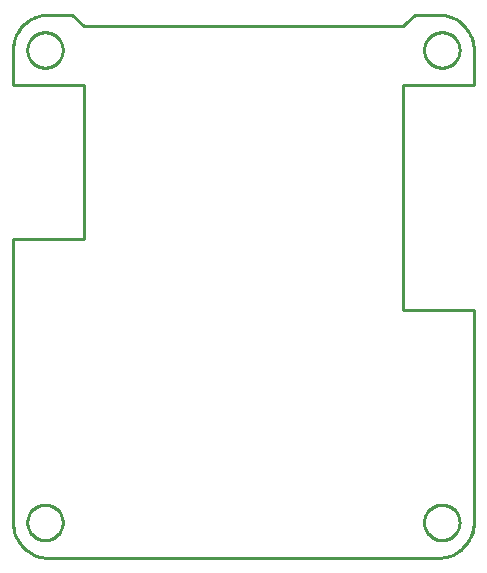
<source format=gko>
G04 EAGLE Gerber RS-274X export*
G75*
%MOMM*%
%FSLAX34Y34*%
%LPD*%
%INBoard Outline*%
%IPPOS*%
%AMOC8*
5,1,8,0,0,1.08239X$1,22.5*%
G01*
%ADD10C,0.152400*%
%ADD11C,0.000000*%
%ADD12C,0.254000*%


D10*
X390000Y210000D02*
X390000Y30000D01*
X360000Y0D02*
X30000Y0D01*
D11*
X12000Y430000D02*
X12005Y430368D01*
X12018Y430736D01*
X12041Y431103D01*
X12072Y431470D01*
X12113Y431836D01*
X12162Y432201D01*
X12221Y432564D01*
X12288Y432926D01*
X12364Y433287D01*
X12450Y433645D01*
X12543Y434001D01*
X12646Y434354D01*
X12757Y434705D01*
X12877Y435053D01*
X13005Y435398D01*
X13142Y435740D01*
X13287Y436079D01*
X13440Y436413D01*
X13602Y436744D01*
X13771Y437071D01*
X13949Y437393D01*
X14134Y437712D01*
X14327Y438025D01*
X14528Y438334D01*
X14736Y438637D01*
X14952Y438935D01*
X15175Y439228D01*
X15405Y439516D01*
X15642Y439798D01*
X15886Y440073D01*
X16136Y440343D01*
X16393Y440607D01*
X16657Y440864D01*
X16927Y441114D01*
X17202Y441358D01*
X17484Y441595D01*
X17772Y441825D01*
X18065Y442048D01*
X18363Y442264D01*
X18666Y442472D01*
X18975Y442673D01*
X19288Y442866D01*
X19607Y443051D01*
X19929Y443229D01*
X20256Y443398D01*
X20587Y443560D01*
X20921Y443713D01*
X21260Y443858D01*
X21602Y443995D01*
X21947Y444123D01*
X22295Y444243D01*
X22646Y444354D01*
X22999Y444457D01*
X23355Y444550D01*
X23713Y444636D01*
X24074Y444712D01*
X24436Y444779D01*
X24799Y444838D01*
X25164Y444887D01*
X25530Y444928D01*
X25897Y444959D01*
X26264Y444982D01*
X26632Y444995D01*
X27000Y445000D01*
X27368Y444995D01*
X27736Y444982D01*
X28103Y444959D01*
X28470Y444928D01*
X28836Y444887D01*
X29201Y444838D01*
X29564Y444779D01*
X29926Y444712D01*
X30287Y444636D01*
X30645Y444550D01*
X31001Y444457D01*
X31354Y444354D01*
X31705Y444243D01*
X32053Y444123D01*
X32398Y443995D01*
X32740Y443858D01*
X33079Y443713D01*
X33413Y443560D01*
X33744Y443398D01*
X34071Y443229D01*
X34393Y443051D01*
X34712Y442866D01*
X35025Y442673D01*
X35334Y442472D01*
X35637Y442264D01*
X35935Y442048D01*
X36228Y441825D01*
X36516Y441595D01*
X36798Y441358D01*
X37073Y441114D01*
X37343Y440864D01*
X37607Y440607D01*
X37864Y440343D01*
X38114Y440073D01*
X38358Y439798D01*
X38595Y439516D01*
X38825Y439228D01*
X39048Y438935D01*
X39264Y438637D01*
X39472Y438334D01*
X39673Y438025D01*
X39866Y437712D01*
X40051Y437393D01*
X40229Y437071D01*
X40398Y436744D01*
X40560Y436413D01*
X40713Y436079D01*
X40858Y435740D01*
X40995Y435398D01*
X41123Y435053D01*
X41243Y434705D01*
X41354Y434354D01*
X41457Y434001D01*
X41550Y433645D01*
X41636Y433287D01*
X41712Y432926D01*
X41779Y432564D01*
X41838Y432201D01*
X41887Y431836D01*
X41928Y431470D01*
X41959Y431103D01*
X41982Y430736D01*
X41995Y430368D01*
X42000Y430000D01*
X41995Y429632D01*
X41982Y429264D01*
X41959Y428897D01*
X41928Y428530D01*
X41887Y428164D01*
X41838Y427799D01*
X41779Y427436D01*
X41712Y427074D01*
X41636Y426713D01*
X41550Y426355D01*
X41457Y425999D01*
X41354Y425646D01*
X41243Y425295D01*
X41123Y424947D01*
X40995Y424602D01*
X40858Y424260D01*
X40713Y423921D01*
X40560Y423587D01*
X40398Y423256D01*
X40229Y422929D01*
X40051Y422607D01*
X39866Y422288D01*
X39673Y421975D01*
X39472Y421666D01*
X39264Y421363D01*
X39048Y421065D01*
X38825Y420772D01*
X38595Y420484D01*
X38358Y420202D01*
X38114Y419927D01*
X37864Y419657D01*
X37607Y419393D01*
X37343Y419136D01*
X37073Y418886D01*
X36798Y418642D01*
X36516Y418405D01*
X36228Y418175D01*
X35935Y417952D01*
X35637Y417736D01*
X35334Y417528D01*
X35025Y417327D01*
X34712Y417134D01*
X34393Y416949D01*
X34071Y416771D01*
X33744Y416602D01*
X33413Y416440D01*
X33079Y416287D01*
X32740Y416142D01*
X32398Y416005D01*
X32053Y415877D01*
X31705Y415757D01*
X31354Y415646D01*
X31001Y415543D01*
X30645Y415450D01*
X30287Y415364D01*
X29926Y415288D01*
X29564Y415221D01*
X29201Y415162D01*
X28836Y415113D01*
X28470Y415072D01*
X28103Y415041D01*
X27736Y415018D01*
X27368Y415005D01*
X27000Y415000D01*
X26632Y415005D01*
X26264Y415018D01*
X25897Y415041D01*
X25530Y415072D01*
X25164Y415113D01*
X24799Y415162D01*
X24436Y415221D01*
X24074Y415288D01*
X23713Y415364D01*
X23355Y415450D01*
X22999Y415543D01*
X22646Y415646D01*
X22295Y415757D01*
X21947Y415877D01*
X21602Y416005D01*
X21260Y416142D01*
X20921Y416287D01*
X20587Y416440D01*
X20256Y416602D01*
X19929Y416771D01*
X19607Y416949D01*
X19288Y417134D01*
X18975Y417327D01*
X18666Y417528D01*
X18363Y417736D01*
X18065Y417952D01*
X17772Y418175D01*
X17484Y418405D01*
X17202Y418642D01*
X16927Y418886D01*
X16657Y419136D01*
X16393Y419393D01*
X16136Y419657D01*
X15886Y419927D01*
X15642Y420202D01*
X15405Y420484D01*
X15175Y420772D01*
X14952Y421065D01*
X14736Y421363D01*
X14528Y421666D01*
X14327Y421975D01*
X14134Y422288D01*
X13949Y422607D01*
X13771Y422929D01*
X13602Y423256D01*
X13440Y423587D01*
X13287Y423921D01*
X13142Y424260D01*
X13005Y424602D01*
X12877Y424947D01*
X12757Y425295D01*
X12646Y425646D01*
X12543Y425999D01*
X12450Y426355D01*
X12364Y426713D01*
X12288Y427074D01*
X12221Y427436D01*
X12162Y427799D01*
X12113Y428164D01*
X12072Y428530D01*
X12041Y428897D01*
X12018Y429264D01*
X12005Y429632D01*
X12000Y430000D01*
X348000Y430000D02*
X348005Y430368D01*
X348018Y430736D01*
X348041Y431103D01*
X348072Y431470D01*
X348113Y431836D01*
X348162Y432201D01*
X348221Y432564D01*
X348288Y432926D01*
X348364Y433287D01*
X348450Y433645D01*
X348543Y434001D01*
X348646Y434354D01*
X348757Y434705D01*
X348877Y435053D01*
X349005Y435398D01*
X349142Y435740D01*
X349287Y436079D01*
X349440Y436413D01*
X349602Y436744D01*
X349771Y437071D01*
X349949Y437393D01*
X350134Y437712D01*
X350327Y438025D01*
X350528Y438334D01*
X350736Y438637D01*
X350952Y438935D01*
X351175Y439228D01*
X351405Y439516D01*
X351642Y439798D01*
X351886Y440073D01*
X352136Y440343D01*
X352393Y440607D01*
X352657Y440864D01*
X352927Y441114D01*
X353202Y441358D01*
X353484Y441595D01*
X353772Y441825D01*
X354065Y442048D01*
X354363Y442264D01*
X354666Y442472D01*
X354975Y442673D01*
X355288Y442866D01*
X355607Y443051D01*
X355929Y443229D01*
X356256Y443398D01*
X356587Y443560D01*
X356921Y443713D01*
X357260Y443858D01*
X357602Y443995D01*
X357947Y444123D01*
X358295Y444243D01*
X358646Y444354D01*
X358999Y444457D01*
X359355Y444550D01*
X359713Y444636D01*
X360074Y444712D01*
X360436Y444779D01*
X360799Y444838D01*
X361164Y444887D01*
X361530Y444928D01*
X361897Y444959D01*
X362264Y444982D01*
X362632Y444995D01*
X363000Y445000D01*
X363368Y444995D01*
X363736Y444982D01*
X364103Y444959D01*
X364470Y444928D01*
X364836Y444887D01*
X365201Y444838D01*
X365564Y444779D01*
X365926Y444712D01*
X366287Y444636D01*
X366645Y444550D01*
X367001Y444457D01*
X367354Y444354D01*
X367705Y444243D01*
X368053Y444123D01*
X368398Y443995D01*
X368740Y443858D01*
X369079Y443713D01*
X369413Y443560D01*
X369744Y443398D01*
X370071Y443229D01*
X370393Y443051D01*
X370712Y442866D01*
X371025Y442673D01*
X371334Y442472D01*
X371637Y442264D01*
X371935Y442048D01*
X372228Y441825D01*
X372516Y441595D01*
X372798Y441358D01*
X373073Y441114D01*
X373343Y440864D01*
X373607Y440607D01*
X373864Y440343D01*
X374114Y440073D01*
X374358Y439798D01*
X374595Y439516D01*
X374825Y439228D01*
X375048Y438935D01*
X375264Y438637D01*
X375472Y438334D01*
X375673Y438025D01*
X375866Y437712D01*
X376051Y437393D01*
X376229Y437071D01*
X376398Y436744D01*
X376560Y436413D01*
X376713Y436079D01*
X376858Y435740D01*
X376995Y435398D01*
X377123Y435053D01*
X377243Y434705D01*
X377354Y434354D01*
X377457Y434001D01*
X377550Y433645D01*
X377636Y433287D01*
X377712Y432926D01*
X377779Y432564D01*
X377838Y432201D01*
X377887Y431836D01*
X377928Y431470D01*
X377959Y431103D01*
X377982Y430736D01*
X377995Y430368D01*
X378000Y430000D01*
X377995Y429632D01*
X377982Y429264D01*
X377959Y428897D01*
X377928Y428530D01*
X377887Y428164D01*
X377838Y427799D01*
X377779Y427436D01*
X377712Y427074D01*
X377636Y426713D01*
X377550Y426355D01*
X377457Y425999D01*
X377354Y425646D01*
X377243Y425295D01*
X377123Y424947D01*
X376995Y424602D01*
X376858Y424260D01*
X376713Y423921D01*
X376560Y423587D01*
X376398Y423256D01*
X376229Y422929D01*
X376051Y422607D01*
X375866Y422288D01*
X375673Y421975D01*
X375472Y421666D01*
X375264Y421363D01*
X375048Y421065D01*
X374825Y420772D01*
X374595Y420484D01*
X374358Y420202D01*
X374114Y419927D01*
X373864Y419657D01*
X373607Y419393D01*
X373343Y419136D01*
X373073Y418886D01*
X372798Y418642D01*
X372516Y418405D01*
X372228Y418175D01*
X371935Y417952D01*
X371637Y417736D01*
X371334Y417528D01*
X371025Y417327D01*
X370712Y417134D01*
X370393Y416949D01*
X370071Y416771D01*
X369744Y416602D01*
X369413Y416440D01*
X369079Y416287D01*
X368740Y416142D01*
X368398Y416005D01*
X368053Y415877D01*
X367705Y415757D01*
X367354Y415646D01*
X367001Y415543D01*
X366645Y415450D01*
X366287Y415364D01*
X365926Y415288D01*
X365564Y415221D01*
X365201Y415162D01*
X364836Y415113D01*
X364470Y415072D01*
X364103Y415041D01*
X363736Y415018D01*
X363368Y415005D01*
X363000Y415000D01*
X362632Y415005D01*
X362264Y415018D01*
X361897Y415041D01*
X361530Y415072D01*
X361164Y415113D01*
X360799Y415162D01*
X360436Y415221D01*
X360074Y415288D01*
X359713Y415364D01*
X359355Y415450D01*
X358999Y415543D01*
X358646Y415646D01*
X358295Y415757D01*
X357947Y415877D01*
X357602Y416005D01*
X357260Y416142D01*
X356921Y416287D01*
X356587Y416440D01*
X356256Y416602D01*
X355929Y416771D01*
X355607Y416949D01*
X355288Y417134D01*
X354975Y417327D01*
X354666Y417528D01*
X354363Y417736D01*
X354065Y417952D01*
X353772Y418175D01*
X353484Y418405D01*
X353202Y418642D01*
X352927Y418886D01*
X352657Y419136D01*
X352393Y419393D01*
X352136Y419657D01*
X351886Y419927D01*
X351642Y420202D01*
X351405Y420484D01*
X351175Y420772D01*
X350952Y421065D01*
X350736Y421363D01*
X350528Y421666D01*
X350327Y421975D01*
X350134Y422288D01*
X349949Y422607D01*
X349771Y422929D01*
X349602Y423256D01*
X349440Y423587D01*
X349287Y423921D01*
X349142Y424260D01*
X349005Y424602D01*
X348877Y424947D01*
X348757Y425295D01*
X348646Y425646D01*
X348543Y425999D01*
X348450Y426355D01*
X348364Y426713D01*
X348288Y427074D01*
X348221Y427436D01*
X348162Y427799D01*
X348113Y428164D01*
X348072Y428530D01*
X348041Y428897D01*
X348018Y429264D01*
X348005Y429632D01*
X348000Y430000D01*
X348000Y30000D02*
X348005Y30368D01*
X348018Y30736D01*
X348041Y31103D01*
X348072Y31470D01*
X348113Y31836D01*
X348162Y32201D01*
X348221Y32564D01*
X348288Y32926D01*
X348364Y33287D01*
X348450Y33645D01*
X348543Y34001D01*
X348646Y34354D01*
X348757Y34705D01*
X348877Y35053D01*
X349005Y35398D01*
X349142Y35740D01*
X349287Y36079D01*
X349440Y36413D01*
X349602Y36744D01*
X349771Y37071D01*
X349949Y37393D01*
X350134Y37712D01*
X350327Y38025D01*
X350528Y38334D01*
X350736Y38637D01*
X350952Y38935D01*
X351175Y39228D01*
X351405Y39516D01*
X351642Y39798D01*
X351886Y40073D01*
X352136Y40343D01*
X352393Y40607D01*
X352657Y40864D01*
X352927Y41114D01*
X353202Y41358D01*
X353484Y41595D01*
X353772Y41825D01*
X354065Y42048D01*
X354363Y42264D01*
X354666Y42472D01*
X354975Y42673D01*
X355288Y42866D01*
X355607Y43051D01*
X355929Y43229D01*
X356256Y43398D01*
X356587Y43560D01*
X356921Y43713D01*
X357260Y43858D01*
X357602Y43995D01*
X357947Y44123D01*
X358295Y44243D01*
X358646Y44354D01*
X358999Y44457D01*
X359355Y44550D01*
X359713Y44636D01*
X360074Y44712D01*
X360436Y44779D01*
X360799Y44838D01*
X361164Y44887D01*
X361530Y44928D01*
X361897Y44959D01*
X362264Y44982D01*
X362632Y44995D01*
X363000Y45000D01*
X363368Y44995D01*
X363736Y44982D01*
X364103Y44959D01*
X364470Y44928D01*
X364836Y44887D01*
X365201Y44838D01*
X365564Y44779D01*
X365926Y44712D01*
X366287Y44636D01*
X366645Y44550D01*
X367001Y44457D01*
X367354Y44354D01*
X367705Y44243D01*
X368053Y44123D01*
X368398Y43995D01*
X368740Y43858D01*
X369079Y43713D01*
X369413Y43560D01*
X369744Y43398D01*
X370071Y43229D01*
X370393Y43051D01*
X370712Y42866D01*
X371025Y42673D01*
X371334Y42472D01*
X371637Y42264D01*
X371935Y42048D01*
X372228Y41825D01*
X372516Y41595D01*
X372798Y41358D01*
X373073Y41114D01*
X373343Y40864D01*
X373607Y40607D01*
X373864Y40343D01*
X374114Y40073D01*
X374358Y39798D01*
X374595Y39516D01*
X374825Y39228D01*
X375048Y38935D01*
X375264Y38637D01*
X375472Y38334D01*
X375673Y38025D01*
X375866Y37712D01*
X376051Y37393D01*
X376229Y37071D01*
X376398Y36744D01*
X376560Y36413D01*
X376713Y36079D01*
X376858Y35740D01*
X376995Y35398D01*
X377123Y35053D01*
X377243Y34705D01*
X377354Y34354D01*
X377457Y34001D01*
X377550Y33645D01*
X377636Y33287D01*
X377712Y32926D01*
X377779Y32564D01*
X377838Y32201D01*
X377887Y31836D01*
X377928Y31470D01*
X377959Y31103D01*
X377982Y30736D01*
X377995Y30368D01*
X378000Y30000D01*
X377995Y29632D01*
X377982Y29264D01*
X377959Y28897D01*
X377928Y28530D01*
X377887Y28164D01*
X377838Y27799D01*
X377779Y27436D01*
X377712Y27074D01*
X377636Y26713D01*
X377550Y26355D01*
X377457Y25999D01*
X377354Y25646D01*
X377243Y25295D01*
X377123Y24947D01*
X376995Y24602D01*
X376858Y24260D01*
X376713Y23921D01*
X376560Y23587D01*
X376398Y23256D01*
X376229Y22929D01*
X376051Y22607D01*
X375866Y22288D01*
X375673Y21975D01*
X375472Y21666D01*
X375264Y21363D01*
X375048Y21065D01*
X374825Y20772D01*
X374595Y20484D01*
X374358Y20202D01*
X374114Y19927D01*
X373864Y19657D01*
X373607Y19393D01*
X373343Y19136D01*
X373073Y18886D01*
X372798Y18642D01*
X372516Y18405D01*
X372228Y18175D01*
X371935Y17952D01*
X371637Y17736D01*
X371334Y17528D01*
X371025Y17327D01*
X370712Y17134D01*
X370393Y16949D01*
X370071Y16771D01*
X369744Y16602D01*
X369413Y16440D01*
X369079Y16287D01*
X368740Y16142D01*
X368398Y16005D01*
X368053Y15877D01*
X367705Y15757D01*
X367354Y15646D01*
X367001Y15543D01*
X366645Y15450D01*
X366287Y15364D01*
X365926Y15288D01*
X365564Y15221D01*
X365201Y15162D01*
X364836Y15113D01*
X364470Y15072D01*
X364103Y15041D01*
X363736Y15018D01*
X363368Y15005D01*
X363000Y15000D01*
X362632Y15005D01*
X362264Y15018D01*
X361897Y15041D01*
X361530Y15072D01*
X361164Y15113D01*
X360799Y15162D01*
X360436Y15221D01*
X360074Y15288D01*
X359713Y15364D01*
X359355Y15450D01*
X358999Y15543D01*
X358646Y15646D01*
X358295Y15757D01*
X357947Y15877D01*
X357602Y16005D01*
X357260Y16142D01*
X356921Y16287D01*
X356587Y16440D01*
X356256Y16602D01*
X355929Y16771D01*
X355607Y16949D01*
X355288Y17134D01*
X354975Y17327D01*
X354666Y17528D01*
X354363Y17736D01*
X354065Y17952D01*
X353772Y18175D01*
X353484Y18405D01*
X353202Y18642D01*
X352927Y18886D01*
X352657Y19136D01*
X352393Y19393D01*
X352136Y19657D01*
X351886Y19927D01*
X351642Y20202D01*
X351405Y20484D01*
X351175Y20772D01*
X350952Y21065D01*
X350736Y21363D01*
X350528Y21666D01*
X350327Y21975D01*
X350134Y22288D01*
X349949Y22607D01*
X349771Y22929D01*
X349602Y23256D01*
X349440Y23587D01*
X349287Y23921D01*
X349142Y24260D01*
X349005Y24602D01*
X348877Y24947D01*
X348757Y25295D01*
X348646Y25646D01*
X348543Y25999D01*
X348450Y26355D01*
X348364Y26713D01*
X348288Y27074D01*
X348221Y27436D01*
X348162Y27799D01*
X348113Y28164D01*
X348072Y28530D01*
X348041Y28897D01*
X348018Y29264D01*
X348005Y29632D01*
X348000Y30000D01*
X12000Y30000D02*
X12005Y30368D01*
X12018Y30736D01*
X12041Y31103D01*
X12072Y31470D01*
X12113Y31836D01*
X12162Y32201D01*
X12221Y32564D01*
X12288Y32926D01*
X12364Y33287D01*
X12450Y33645D01*
X12543Y34001D01*
X12646Y34354D01*
X12757Y34705D01*
X12877Y35053D01*
X13005Y35398D01*
X13142Y35740D01*
X13287Y36079D01*
X13440Y36413D01*
X13602Y36744D01*
X13771Y37071D01*
X13949Y37393D01*
X14134Y37712D01*
X14327Y38025D01*
X14528Y38334D01*
X14736Y38637D01*
X14952Y38935D01*
X15175Y39228D01*
X15405Y39516D01*
X15642Y39798D01*
X15886Y40073D01*
X16136Y40343D01*
X16393Y40607D01*
X16657Y40864D01*
X16927Y41114D01*
X17202Y41358D01*
X17484Y41595D01*
X17772Y41825D01*
X18065Y42048D01*
X18363Y42264D01*
X18666Y42472D01*
X18975Y42673D01*
X19288Y42866D01*
X19607Y43051D01*
X19929Y43229D01*
X20256Y43398D01*
X20587Y43560D01*
X20921Y43713D01*
X21260Y43858D01*
X21602Y43995D01*
X21947Y44123D01*
X22295Y44243D01*
X22646Y44354D01*
X22999Y44457D01*
X23355Y44550D01*
X23713Y44636D01*
X24074Y44712D01*
X24436Y44779D01*
X24799Y44838D01*
X25164Y44887D01*
X25530Y44928D01*
X25897Y44959D01*
X26264Y44982D01*
X26632Y44995D01*
X27000Y45000D01*
X27368Y44995D01*
X27736Y44982D01*
X28103Y44959D01*
X28470Y44928D01*
X28836Y44887D01*
X29201Y44838D01*
X29564Y44779D01*
X29926Y44712D01*
X30287Y44636D01*
X30645Y44550D01*
X31001Y44457D01*
X31354Y44354D01*
X31705Y44243D01*
X32053Y44123D01*
X32398Y43995D01*
X32740Y43858D01*
X33079Y43713D01*
X33413Y43560D01*
X33744Y43398D01*
X34071Y43229D01*
X34393Y43051D01*
X34712Y42866D01*
X35025Y42673D01*
X35334Y42472D01*
X35637Y42264D01*
X35935Y42048D01*
X36228Y41825D01*
X36516Y41595D01*
X36798Y41358D01*
X37073Y41114D01*
X37343Y40864D01*
X37607Y40607D01*
X37864Y40343D01*
X38114Y40073D01*
X38358Y39798D01*
X38595Y39516D01*
X38825Y39228D01*
X39048Y38935D01*
X39264Y38637D01*
X39472Y38334D01*
X39673Y38025D01*
X39866Y37712D01*
X40051Y37393D01*
X40229Y37071D01*
X40398Y36744D01*
X40560Y36413D01*
X40713Y36079D01*
X40858Y35740D01*
X40995Y35398D01*
X41123Y35053D01*
X41243Y34705D01*
X41354Y34354D01*
X41457Y34001D01*
X41550Y33645D01*
X41636Y33287D01*
X41712Y32926D01*
X41779Y32564D01*
X41838Y32201D01*
X41887Y31836D01*
X41928Y31470D01*
X41959Y31103D01*
X41982Y30736D01*
X41995Y30368D01*
X42000Y30000D01*
X41995Y29632D01*
X41982Y29264D01*
X41959Y28897D01*
X41928Y28530D01*
X41887Y28164D01*
X41838Y27799D01*
X41779Y27436D01*
X41712Y27074D01*
X41636Y26713D01*
X41550Y26355D01*
X41457Y25999D01*
X41354Y25646D01*
X41243Y25295D01*
X41123Y24947D01*
X40995Y24602D01*
X40858Y24260D01*
X40713Y23921D01*
X40560Y23587D01*
X40398Y23256D01*
X40229Y22929D01*
X40051Y22607D01*
X39866Y22288D01*
X39673Y21975D01*
X39472Y21666D01*
X39264Y21363D01*
X39048Y21065D01*
X38825Y20772D01*
X38595Y20484D01*
X38358Y20202D01*
X38114Y19927D01*
X37864Y19657D01*
X37607Y19393D01*
X37343Y19136D01*
X37073Y18886D01*
X36798Y18642D01*
X36516Y18405D01*
X36228Y18175D01*
X35935Y17952D01*
X35637Y17736D01*
X35334Y17528D01*
X35025Y17327D01*
X34712Y17134D01*
X34393Y16949D01*
X34071Y16771D01*
X33744Y16602D01*
X33413Y16440D01*
X33079Y16287D01*
X32740Y16142D01*
X32398Y16005D01*
X32053Y15877D01*
X31705Y15757D01*
X31354Y15646D01*
X31001Y15543D01*
X30645Y15450D01*
X30287Y15364D01*
X29926Y15288D01*
X29564Y15221D01*
X29201Y15162D01*
X28836Y15113D01*
X28470Y15072D01*
X28103Y15041D01*
X27736Y15018D01*
X27368Y15005D01*
X27000Y15000D01*
X26632Y15005D01*
X26264Y15018D01*
X25897Y15041D01*
X25530Y15072D01*
X25164Y15113D01*
X24799Y15162D01*
X24436Y15221D01*
X24074Y15288D01*
X23713Y15364D01*
X23355Y15450D01*
X22999Y15543D01*
X22646Y15646D01*
X22295Y15757D01*
X21947Y15877D01*
X21602Y16005D01*
X21260Y16142D01*
X20921Y16287D01*
X20587Y16440D01*
X20256Y16602D01*
X19929Y16771D01*
X19607Y16949D01*
X19288Y17134D01*
X18975Y17327D01*
X18666Y17528D01*
X18363Y17736D01*
X18065Y17952D01*
X17772Y18175D01*
X17484Y18405D01*
X17202Y18642D01*
X16927Y18886D01*
X16657Y19136D01*
X16393Y19393D01*
X16136Y19657D01*
X15886Y19927D01*
X15642Y20202D01*
X15405Y20484D01*
X15175Y20772D01*
X14952Y21065D01*
X14736Y21363D01*
X14528Y21666D01*
X14327Y21975D01*
X14134Y22288D01*
X13949Y22607D01*
X13771Y22929D01*
X13602Y23256D01*
X13440Y23587D01*
X13287Y23921D01*
X13142Y24260D01*
X13005Y24602D01*
X12877Y24947D01*
X12757Y25295D01*
X12646Y25646D01*
X12543Y25999D01*
X12450Y26355D01*
X12364Y26713D01*
X12288Y27074D01*
X12221Y27436D01*
X12162Y27799D01*
X12113Y28164D01*
X12072Y28530D01*
X12041Y28897D01*
X12018Y29264D01*
X12005Y29632D01*
X12000Y30000D01*
D10*
X0Y30000D02*
X0Y270000D01*
X360000Y0D02*
X360725Y9D01*
X361449Y35D01*
X362173Y79D01*
X362895Y140D01*
X363616Y219D01*
X364335Y315D01*
X365051Y428D01*
X365764Y559D01*
X366474Y707D01*
X367179Y872D01*
X367881Y1054D01*
X368578Y1253D01*
X369271Y1468D01*
X369957Y1701D01*
X370638Y1950D01*
X371313Y2215D01*
X371981Y2496D01*
X372642Y2794D01*
X373296Y3107D01*
X373942Y3436D01*
X374580Y3781D01*
X375209Y4141D01*
X375829Y4516D01*
X376440Y4906D01*
X377042Y5310D01*
X377634Y5729D01*
X378215Y6163D01*
X378786Y6610D01*
X379345Y7071D01*
X379894Y7545D01*
X380430Y8032D01*
X380955Y8532D01*
X381468Y9045D01*
X381968Y9570D01*
X382455Y10106D01*
X382929Y10655D01*
X383390Y11214D01*
X383837Y11785D01*
X384271Y12366D01*
X384690Y12958D01*
X385094Y13560D01*
X385484Y14171D01*
X385859Y14791D01*
X386219Y15420D01*
X386564Y16058D01*
X386893Y16704D01*
X387206Y17358D01*
X387504Y18019D01*
X387785Y18687D01*
X388050Y19362D01*
X388299Y20043D01*
X388532Y20729D01*
X388747Y21422D01*
X388946Y22119D01*
X389128Y22821D01*
X389293Y23526D01*
X389441Y24236D01*
X389572Y24949D01*
X389685Y25665D01*
X389781Y26384D01*
X389860Y27105D01*
X389921Y27827D01*
X389965Y28551D01*
X389991Y29275D01*
X390000Y30000D01*
X30000Y0D02*
X29275Y9D01*
X28551Y35D01*
X27827Y79D01*
X27105Y140D01*
X26384Y219D01*
X25665Y315D01*
X24949Y428D01*
X24236Y559D01*
X23526Y707D01*
X22821Y872D01*
X22119Y1054D01*
X21422Y1253D01*
X20729Y1468D01*
X20043Y1701D01*
X19362Y1950D01*
X18687Y2215D01*
X18019Y2496D01*
X17358Y2794D01*
X16704Y3107D01*
X16058Y3436D01*
X15420Y3781D01*
X14791Y4141D01*
X14171Y4516D01*
X13560Y4906D01*
X12958Y5310D01*
X12366Y5729D01*
X11785Y6163D01*
X11214Y6610D01*
X10655Y7071D01*
X10106Y7545D01*
X9570Y8032D01*
X9045Y8532D01*
X8532Y9045D01*
X8032Y9570D01*
X7545Y10106D01*
X7071Y10655D01*
X6610Y11214D01*
X6163Y11785D01*
X5729Y12366D01*
X5310Y12958D01*
X4906Y13560D01*
X4516Y14171D01*
X4141Y14791D01*
X3781Y15420D01*
X3436Y16058D01*
X3107Y16704D01*
X2794Y17358D01*
X2496Y18019D01*
X2215Y18687D01*
X1950Y19362D01*
X1701Y20043D01*
X1468Y20729D01*
X1253Y21422D01*
X1054Y22119D01*
X872Y22821D01*
X707Y23526D01*
X559Y24236D01*
X428Y24949D01*
X315Y25665D01*
X219Y26384D01*
X140Y27105D01*
X79Y27827D01*
X35Y28551D01*
X9Y29275D01*
X0Y30000D01*
X330000Y210000D02*
X390000Y210000D01*
X330000Y210000D02*
X330000Y400000D01*
X390000Y400000D01*
X60000Y270000D02*
X0Y270000D01*
X60000Y270000D02*
X60000Y400000D01*
X0Y400000D01*
X0Y430000D01*
X30000Y460000D02*
X50000Y460000D01*
X340000Y460000D02*
X360000Y460000D01*
X390000Y430000D02*
X390000Y400000D01*
X30000Y460000D02*
X29275Y459991D01*
X28551Y459965D01*
X27827Y459921D01*
X27105Y459860D01*
X26384Y459781D01*
X25665Y459685D01*
X24949Y459572D01*
X24236Y459441D01*
X23526Y459293D01*
X22821Y459128D01*
X22119Y458946D01*
X21422Y458747D01*
X20729Y458532D01*
X20043Y458299D01*
X19362Y458050D01*
X18687Y457785D01*
X18019Y457504D01*
X17358Y457206D01*
X16704Y456893D01*
X16058Y456564D01*
X15420Y456219D01*
X14791Y455859D01*
X14171Y455484D01*
X13560Y455094D01*
X12958Y454690D01*
X12366Y454271D01*
X11785Y453837D01*
X11214Y453390D01*
X10655Y452929D01*
X10106Y452455D01*
X9570Y451968D01*
X9045Y451468D01*
X8532Y450955D01*
X8032Y450430D01*
X7545Y449894D01*
X7071Y449345D01*
X6610Y448786D01*
X6163Y448215D01*
X5729Y447634D01*
X5310Y447042D01*
X4906Y446440D01*
X4516Y445829D01*
X4141Y445209D01*
X3781Y444580D01*
X3436Y443942D01*
X3107Y443296D01*
X2794Y442642D01*
X2496Y441981D01*
X2215Y441313D01*
X1950Y440638D01*
X1701Y439957D01*
X1468Y439271D01*
X1253Y438578D01*
X1054Y437881D01*
X872Y437179D01*
X707Y436474D01*
X559Y435764D01*
X428Y435051D01*
X315Y434335D01*
X219Y433616D01*
X140Y432895D01*
X79Y432173D01*
X35Y431449D01*
X9Y430725D01*
X0Y430000D01*
X360000Y460000D02*
X360725Y459991D01*
X361449Y459965D01*
X362173Y459921D01*
X362895Y459860D01*
X363616Y459781D01*
X364335Y459685D01*
X365051Y459572D01*
X365764Y459441D01*
X366474Y459293D01*
X367179Y459128D01*
X367881Y458946D01*
X368578Y458747D01*
X369271Y458532D01*
X369957Y458299D01*
X370638Y458050D01*
X371313Y457785D01*
X371981Y457504D01*
X372642Y457206D01*
X373296Y456893D01*
X373942Y456564D01*
X374580Y456219D01*
X375209Y455859D01*
X375829Y455484D01*
X376440Y455094D01*
X377042Y454690D01*
X377634Y454271D01*
X378215Y453837D01*
X378786Y453390D01*
X379345Y452929D01*
X379894Y452455D01*
X380430Y451968D01*
X380955Y451468D01*
X381468Y450955D01*
X381968Y450430D01*
X382455Y449894D01*
X382929Y449345D01*
X383390Y448786D01*
X383837Y448215D01*
X384271Y447634D01*
X384690Y447042D01*
X385094Y446440D01*
X385484Y445829D01*
X385859Y445209D01*
X386219Y444580D01*
X386564Y443942D01*
X386893Y443296D01*
X387206Y442642D01*
X387504Y441981D01*
X387785Y441313D01*
X388050Y440638D01*
X388299Y439957D01*
X388532Y439271D01*
X388747Y438578D01*
X388946Y437881D01*
X389128Y437179D01*
X389293Y436474D01*
X389441Y435764D01*
X389572Y435051D01*
X389685Y434335D01*
X389781Y433616D01*
X389860Y432895D01*
X389921Y432173D01*
X389965Y431449D01*
X389991Y430725D01*
X390000Y430000D01*
X60000Y450000D02*
X50000Y460000D01*
X60000Y450000D02*
X330000Y450000D01*
X340000Y460000D01*
D12*
X0Y30000D02*
X114Y27385D01*
X456Y24791D01*
X1022Y22235D01*
X1809Y19739D01*
X2811Y17321D01*
X4019Y15000D01*
X5425Y12793D01*
X7019Y10716D01*
X8787Y8787D01*
X10716Y7019D01*
X12793Y5425D01*
X15000Y4019D01*
X17321Y2811D01*
X19739Y1809D01*
X22235Y1022D01*
X24791Y456D01*
X27385Y114D01*
X30000Y0D01*
X360000Y0D01*
X362615Y114D01*
X365209Y456D01*
X367765Y1022D01*
X370261Y1809D01*
X372679Y2811D01*
X375000Y4019D01*
X377207Y5425D01*
X379284Y7019D01*
X381213Y8787D01*
X382981Y10716D01*
X384575Y12793D01*
X385981Y15000D01*
X387189Y17321D01*
X388191Y19739D01*
X388978Y22235D01*
X389544Y24791D01*
X389886Y27385D01*
X390000Y30000D01*
X390000Y210000D01*
X330000Y210000D01*
X330000Y400000D01*
X390000Y400000D01*
X390000Y430000D01*
X389886Y432615D01*
X389544Y435209D01*
X388978Y437765D01*
X388191Y440261D01*
X387189Y442679D01*
X385981Y445000D01*
X384575Y447207D01*
X382981Y449284D01*
X381213Y451213D01*
X379284Y452981D01*
X377207Y454575D01*
X375000Y455981D01*
X372679Y457189D01*
X370261Y458191D01*
X367765Y458978D01*
X365209Y459544D01*
X362615Y459886D01*
X360000Y460000D01*
X340000Y460000D01*
X330000Y450000D01*
X60000Y450000D01*
X50000Y460000D01*
X30000Y460000D01*
X27385Y459886D01*
X24791Y459544D01*
X22235Y458978D01*
X19739Y458191D01*
X17321Y457189D01*
X15000Y455981D01*
X12793Y454575D01*
X10716Y452981D01*
X8787Y451213D01*
X7019Y449284D01*
X5425Y447207D01*
X4019Y445000D01*
X2811Y442679D01*
X1809Y440261D01*
X1022Y437765D01*
X456Y435209D01*
X114Y432615D01*
X0Y430000D01*
X0Y400000D01*
X60000Y400000D01*
X60000Y270000D01*
X0Y270000D01*
X0Y30000D01*
X42000Y429464D02*
X41924Y428396D01*
X41771Y427335D01*
X41543Y426288D01*
X41241Y425260D01*
X40867Y424256D01*
X40422Y423281D01*
X39908Y422341D01*
X39329Y421440D01*
X38687Y420582D01*
X37985Y419772D01*
X37228Y419015D01*
X36418Y418313D01*
X35560Y417671D01*
X34659Y417092D01*
X33719Y416578D01*
X32744Y416133D01*
X31740Y415759D01*
X30712Y415457D01*
X29665Y415229D01*
X28604Y415076D01*
X27536Y415000D01*
X26464Y415000D01*
X25396Y415076D01*
X24335Y415229D01*
X23288Y415457D01*
X22260Y415759D01*
X21256Y416133D01*
X20281Y416578D01*
X19341Y417092D01*
X18440Y417671D01*
X17582Y418313D01*
X16772Y419015D01*
X16015Y419772D01*
X15313Y420582D01*
X14671Y421440D01*
X14092Y422341D01*
X13578Y423281D01*
X13133Y424256D01*
X12759Y425260D01*
X12457Y426288D01*
X12229Y427335D01*
X12076Y428396D01*
X12000Y429464D01*
X12000Y430536D01*
X12076Y431604D01*
X12229Y432665D01*
X12457Y433712D01*
X12759Y434740D01*
X13133Y435744D01*
X13578Y436719D01*
X14092Y437659D01*
X14671Y438560D01*
X15313Y439418D01*
X16015Y440228D01*
X16772Y440985D01*
X17582Y441687D01*
X18440Y442329D01*
X19341Y442908D01*
X20281Y443422D01*
X21256Y443867D01*
X22260Y444241D01*
X23288Y444543D01*
X24335Y444771D01*
X25396Y444924D01*
X26464Y445000D01*
X27536Y445000D01*
X28604Y444924D01*
X29665Y444771D01*
X30712Y444543D01*
X31740Y444241D01*
X32744Y443867D01*
X33719Y443422D01*
X34659Y442908D01*
X35560Y442329D01*
X36418Y441687D01*
X37228Y440985D01*
X37985Y440228D01*
X38687Y439418D01*
X39329Y438560D01*
X39908Y437659D01*
X40422Y436719D01*
X40867Y435744D01*
X41241Y434740D01*
X41543Y433712D01*
X41771Y432665D01*
X41924Y431604D01*
X42000Y430536D01*
X42000Y429464D01*
X378000Y429464D02*
X377924Y428396D01*
X377771Y427335D01*
X377543Y426288D01*
X377241Y425260D01*
X376867Y424256D01*
X376422Y423281D01*
X375908Y422341D01*
X375329Y421440D01*
X374687Y420582D01*
X373985Y419772D01*
X373228Y419015D01*
X372418Y418313D01*
X371560Y417671D01*
X370659Y417092D01*
X369719Y416578D01*
X368744Y416133D01*
X367740Y415759D01*
X366712Y415457D01*
X365665Y415229D01*
X364604Y415076D01*
X363536Y415000D01*
X362464Y415000D01*
X361396Y415076D01*
X360335Y415229D01*
X359288Y415457D01*
X358260Y415759D01*
X357256Y416133D01*
X356281Y416578D01*
X355341Y417092D01*
X354440Y417671D01*
X353582Y418313D01*
X352772Y419015D01*
X352015Y419772D01*
X351313Y420582D01*
X350671Y421440D01*
X350092Y422341D01*
X349578Y423281D01*
X349133Y424256D01*
X348759Y425260D01*
X348457Y426288D01*
X348229Y427335D01*
X348076Y428396D01*
X348000Y429464D01*
X348000Y430536D01*
X348076Y431604D01*
X348229Y432665D01*
X348457Y433712D01*
X348759Y434740D01*
X349133Y435744D01*
X349578Y436719D01*
X350092Y437659D01*
X350671Y438560D01*
X351313Y439418D01*
X352015Y440228D01*
X352772Y440985D01*
X353582Y441687D01*
X354440Y442329D01*
X355341Y442908D01*
X356281Y443422D01*
X357256Y443867D01*
X358260Y444241D01*
X359288Y444543D01*
X360335Y444771D01*
X361396Y444924D01*
X362464Y445000D01*
X363536Y445000D01*
X364604Y444924D01*
X365665Y444771D01*
X366712Y444543D01*
X367740Y444241D01*
X368744Y443867D01*
X369719Y443422D01*
X370659Y442908D01*
X371560Y442329D01*
X372418Y441687D01*
X373228Y440985D01*
X373985Y440228D01*
X374687Y439418D01*
X375329Y438560D01*
X375908Y437659D01*
X376422Y436719D01*
X376867Y435744D01*
X377241Y434740D01*
X377543Y433712D01*
X377771Y432665D01*
X377924Y431604D01*
X378000Y430536D01*
X378000Y429464D01*
X378000Y29464D02*
X377924Y28396D01*
X377771Y27335D01*
X377543Y26288D01*
X377241Y25260D01*
X376867Y24256D01*
X376422Y23281D01*
X375908Y22341D01*
X375329Y21440D01*
X374687Y20582D01*
X373985Y19772D01*
X373228Y19015D01*
X372418Y18313D01*
X371560Y17671D01*
X370659Y17092D01*
X369719Y16578D01*
X368744Y16133D01*
X367740Y15759D01*
X366712Y15457D01*
X365665Y15229D01*
X364604Y15076D01*
X363536Y15000D01*
X362464Y15000D01*
X361396Y15076D01*
X360335Y15229D01*
X359288Y15457D01*
X358260Y15759D01*
X357256Y16133D01*
X356281Y16578D01*
X355341Y17092D01*
X354440Y17671D01*
X353582Y18313D01*
X352772Y19015D01*
X352015Y19772D01*
X351313Y20582D01*
X350671Y21440D01*
X350092Y22341D01*
X349578Y23281D01*
X349133Y24256D01*
X348759Y25260D01*
X348457Y26288D01*
X348229Y27335D01*
X348076Y28396D01*
X348000Y29464D01*
X348000Y30536D01*
X348076Y31604D01*
X348229Y32665D01*
X348457Y33712D01*
X348759Y34740D01*
X349133Y35744D01*
X349578Y36719D01*
X350092Y37659D01*
X350671Y38560D01*
X351313Y39418D01*
X352015Y40228D01*
X352772Y40985D01*
X353582Y41687D01*
X354440Y42329D01*
X355341Y42908D01*
X356281Y43422D01*
X357256Y43867D01*
X358260Y44241D01*
X359288Y44543D01*
X360335Y44771D01*
X361396Y44924D01*
X362464Y45000D01*
X363536Y45000D01*
X364604Y44924D01*
X365665Y44771D01*
X366712Y44543D01*
X367740Y44241D01*
X368744Y43867D01*
X369719Y43422D01*
X370659Y42908D01*
X371560Y42329D01*
X372418Y41687D01*
X373228Y40985D01*
X373985Y40228D01*
X374687Y39418D01*
X375329Y38560D01*
X375908Y37659D01*
X376422Y36719D01*
X376867Y35744D01*
X377241Y34740D01*
X377543Y33712D01*
X377771Y32665D01*
X377924Y31604D01*
X378000Y30536D01*
X378000Y29464D01*
X42000Y29464D02*
X41924Y28396D01*
X41771Y27335D01*
X41543Y26288D01*
X41241Y25260D01*
X40867Y24256D01*
X40422Y23281D01*
X39908Y22341D01*
X39329Y21440D01*
X38687Y20582D01*
X37985Y19772D01*
X37228Y19015D01*
X36418Y18313D01*
X35560Y17671D01*
X34659Y17092D01*
X33719Y16578D01*
X32744Y16133D01*
X31740Y15759D01*
X30712Y15457D01*
X29665Y15229D01*
X28604Y15076D01*
X27536Y15000D01*
X26464Y15000D01*
X25396Y15076D01*
X24335Y15229D01*
X23288Y15457D01*
X22260Y15759D01*
X21256Y16133D01*
X20281Y16578D01*
X19341Y17092D01*
X18440Y17671D01*
X17582Y18313D01*
X16772Y19015D01*
X16015Y19772D01*
X15313Y20582D01*
X14671Y21440D01*
X14092Y22341D01*
X13578Y23281D01*
X13133Y24256D01*
X12759Y25260D01*
X12457Y26288D01*
X12229Y27335D01*
X12076Y28396D01*
X12000Y29464D01*
X12000Y30536D01*
X12076Y31604D01*
X12229Y32665D01*
X12457Y33712D01*
X12759Y34740D01*
X13133Y35744D01*
X13578Y36719D01*
X14092Y37659D01*
X14671Y38560D01*
X15313Y39418D01*
X16015Y40228D01*
X16772Y40985D01*
X17582Y41687D01*
X18440Y42329D01*
X19341Y42908D01*
X20281Y43422D01*
X21256Y43867D01*
X22260Y44241D01*
X23288Y44543D01*
X24335Y44771D01*
X25396Y44924D01*
X26464Y45000D01*
X27536Y45000D01*
X28604Y44924D01*
X29665Y44771D01*
X30712Y44543D01*
X31740Y44241D01*
X32744Y43867D01*
X33719Y43422D01*
X34659Y42908D01*
X35560Y42329D01*
X36418Y41687D01*
X37228Y40985D01*
X37985Y40228D01*
X38687Y39418D01*
X39329Y38560D01*
X39908Y37659D01*
X40422Y36719D01*
X40867Y35744D01*
X41241Y34740D01*
X41543Y33712D01*
X41771Y32665D01*
X41924Y31604D01*
X42000Y30536D01*
X42000Y29464D01*
M02*

</source>
